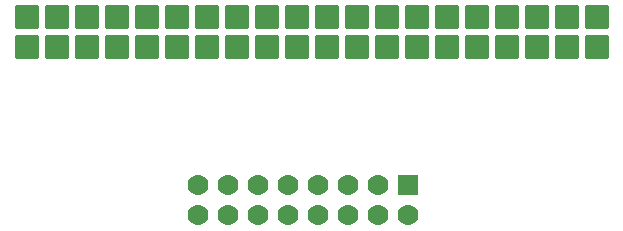
<source format=gts>
G04 Layer: TopSolderMaskLayer*
G04 EasyEDA v6.5.23, 2023-05-02 12:46:33*
G04 Gerber Generator version 0.2*
G04 Scale: 100 percent, Rotated: No, Reflected: No *
G04 Dimensions in millimeters *
G04 leading zeros omitted , absolute positions ,4 integer and 5 decimal *
%FSLAX45Y45*%
%MOMM*%

%AMMACRO1*1,1,$1,$2,$3*1,1,$1,$4,$5*1,1,$1,0-$2,0-$3*1,1,$1,0-$4,0-$5*20,1,$1,$2,$3,$4,$5,0*20,1,$1,$4,$5,0-$2,0-$3,0*20,1,$1,0-$2,0-$3,0-$4,0-$5,0*20,1,$1,0-$4,0-$5,$2,$3,0*4,1,4,$2,$3,$4,$5,0-$2,0-$3,0-$4,0-$5,$2,$3,0*%
%ADD10MACRO1,0.1016X-0.9398X0.9398X0.9398X0.9398*%
%ADD11C,1.7653*%
%ADD12MACRO1,0.1016X0.8318X0.8319X0.8318X-0.8319*%

%LPD*%
D10*
G01*
X1587500Y8813800D03*
G01*
X1587500Y9067800D03*
G01*
X1841500Y8813800D03*
G01*
X1841500Y9067800D03*
G01*
X2095500Y8813800D03*
G01*
X2095500Y9067800D03*
G01*
X2349500Y8813800D03*
G01*
X2349500Y9067800D03*
G01*
X2603500Y8813800D03*
G01*
X2603500Y9067800D03*
G01*
X2857500Y8813800D03*
G01*
X2857500Y9067800D03*
G01*
X3111500Y8813800D03*
G01*
X3111500Y9067800D03*
G01*
X3365500Y8813800D03*
G01*
X3365500Y9067800D03*
G01*
X3619500Y8813800D03*
G01*
X3619500Y9067800D03*
G01*
X3873500Y8813800D03*
G01*
X3873500Y9067800D03*
G01*
X4127500Y8813800D03*
G01*
X4127500Y9067800D03*
G01*
X4381500Y8813800D03*
G01*
X4381500Y9067800D03*
G01*
X4635500Y8813800D03*
G01*
X4635500Y9067800D03*
G01*
X4889500Y8813800D03*
G01*
X4889500Y9067800D03*
G01*
X5143500Y8813800D03*
G01*
X5143500Y9067800D03*
G01*
X5397500Y8813800D03*
G01*
X5397500Y9067800D03*
G01*
X5651500Y8813800D03*
G01*
X5651500Y9067800D03*
G01*
X5905500Y8813800D03*
G01*
X5905500Y9067800D03*
G01*
X6159500Y8813800D03*
G01*
X6159500Y9067800D03*
G01*
X6413500Y8813800D03*
G01*
X6413500Y9067800D03*
D11*
G01*
X3289300Y7391400D03*
G01*
X3289300Y7645400D03*
G01*
X3797300Y7391400D03*
G01*
X3797300Y7645400D03*
G01*
X4051300Y7391400D03*
G01*
X4051300Y7645400D03*
G01*
X4305300Y7391400D03*
G01*
X4305300Y7645400D03*
G01*
X4559300Y7391400D03*
G01*
X4559300Y7645400D03*
G01*
X3035300Y7391400D03*
G01*
X3035300Y7645400D03*
G01*
X3543300Y7391400D03*
G01*
X3543300Y7645400D03*
G01*
X4813300Y7391400D03*
D12*
G01*
X4813300Y7645400D03*
M02*

</source>
